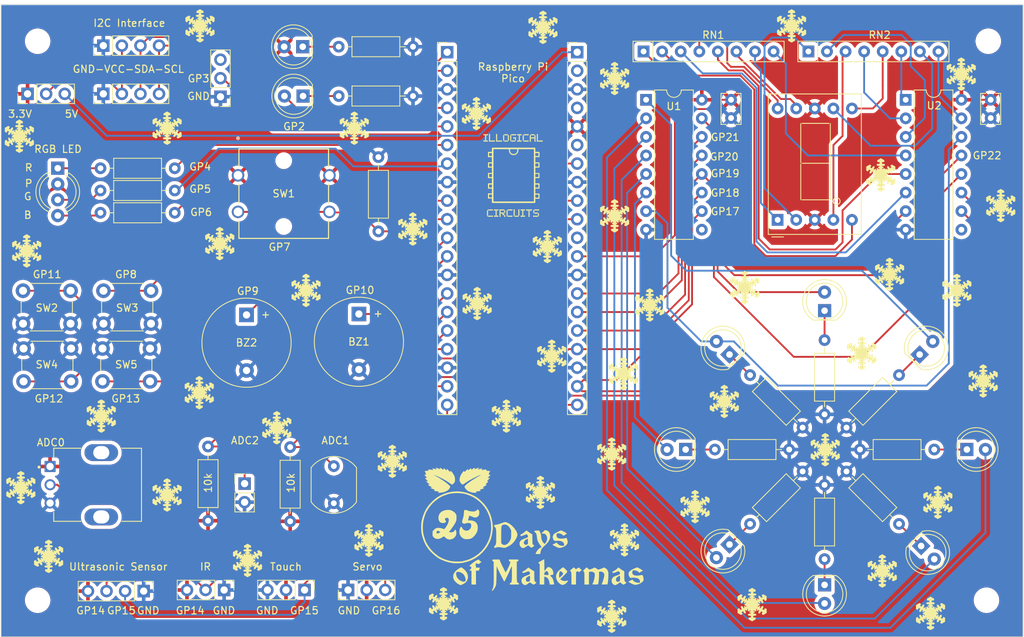
<source format=kicad_pcb>
(kicad_pcb (version 20240108) (generator "pcbnew") (generator_version "8.0")
  (layers (0 "F.Cu" signal) (31 "B.Cu" signal) (34 "B.Paste" user) (35 "F.Paste" user) (36 "B.SilkS" user "B.Silkscreen") (37 "F.SilkS" user "F.Silkscreen") (38 "B.Mask" user) (39 "F.Mask" user) (44 "Edge.Cuts" user))
  (net 0 "")
  (net 1 "Net-(D1-K)")
  (net 2 "Serial0")
  (net 3 "Net-(D2-K)")
  (net 4 "Serial1")
  (net 5 "Net-(D3-K)")
  (net 6 "Serial2")
  (net 7 "Net-(D4-K)")
  (net 8 "Serial3")
  (net 9 "Net-(D5-K)")
  (net 10 "Serial4")
  (net 11 "Net-(D6-K)")
  (net 12 "Serial5")
  (net 13 "Net-(D7-K)")
  (net 14 "Serial6")
  (net 15 "Net-(D8-K)")
  (net 16 "Serial7")
  (net 17 "SDA0")
  (net 18 "SCL0")
  (net 19 "GND")
  (net 20 "GP2")
  (net 21 "GP3")
  (net 22 "GP4")
  (net 23 "GP5")
  (net 24 "GP6")
  (net 25 "GP7")
  (net 26 "GP8")
  (net 27 "GP9")
  (net 28 "GP10")
  (net 29 "GP11")
  (net 30 "GP12")
  (net 31 "GP13")
  (net 32 "+5V")
  (net 33 "V_IN")
  (net 34 "3V3EN")
  (net 35 "+3.3V")
  (net 36 "ADC_VREF")
  (net 37 "ADC2")
  (net 38 "ADC1")
  (net 39 "ADC0")
  (net 40 "RUN")
  (net 41 "GP22")
  (net 42 "GP21")
  (net 43 "GP20")
  (net 44 "GP19")
  (net 45 "GP18")
  (net 46 "GP17")
  (net 47 "GP16")
  (net 49 "GP14")
  (net 51 "GP15")
  (net 52 "Net-(D9-K)")
  (net 53 "Net-(D10-K)")
  (net 54 "Net-(D11-RK)")
  (net 55 "Net-(D11-Pad4)")
  (net 56 "Net-(D11-Pad3)")
  (net 57 "Net-(J6-Pin_2)")
  (net 59 "Net-(RN1A-R1.1)")
  (net 60 "Net-(RN1A-R1.2)")
  (net 61 "Net-(RN1B-R2.1)")
  (net 62 "Net-(RN1B-R2.2)")
  (net 63 "Net-(RN1C-R3.1)")
  (net 64 "Net-(RN1C-R3.2)")
  (net 65 "Net-(RN1D-R4.1)")
  (net 66 "Net-(RN1D-R4.2)")
  (net 67 "Net-(RN2A-R1.1)")
  (net 68 "Net-(RN2A-R1.2)")
  (net 69 "Net-(RN2B-R2.1)")
  (net 70 "Net-(RN2B-R2.2)")
  (net 71 "Net-(RN2C-R3.1)")
  (net 72 "Net-(RN2C-R3.2)")
  (net 73 "Net-(RN2D-R4.1)")
  (net 74 "Net-(RN2D-R4.2)")
  (footprint "Logos:Snowflake" (layer "F.Cu") (at 119.4 74.2)
    (property "Reference" "G***" (hide yes))
    (property "Value" "LOGO" (hide yes))
  )
  (footprint "Logos:Snowflake" (layer "F.Cu") (at 207.2 89.2)
    (property "Reference" "G***" (hide yes))
    (property "Value" "LOGO" (hide yes))
  )
  (footprint "Logos:Snowflake" (layer "F.Cu") (at 150 123.5)
    (property "Reference" "G***" (hide yes))
    (property "Value" "LOGO" (hide yes))
  )
  (footprint "Logos:Snowflake" (layer "F.Cu") (at 127.2 99.4)
    (property "Reference" "G***" (hide yes))
    (property "Value" "LOGO" (hide yes))
  )
  (footprint "Logos:Snowflake" (layer "F.Cu") (at 131.2 80.6)
    (property "Reference" "G***" (hide yes))
    (property "Value" "LOGO" (hide yes))
  )
  (footprint "LED_THT:LED_D5.0mm" (layer "F.Cu") (at 130.79 54 180)
    (property "Reference" "D9" (hide yes))
    (property "Value" "LED")
  )
  (footprint "Resistor_THT:R_Axial_DIN0207_L6.3mm_D2.5mm_P10.16mm_Horizontal" (layer "F.Cu") (at 191.925394 112.560205 45)
    (property "Reference" "R6" (hide yes))
    (property "Value" "R")
  )
  (footprint "Logos:Snowflake" (layer "F.Cu") (at 92.2 107.6)
    (property "Reference" "G***" (hide yes))
    (property "Value" "LOGO" (hide yes))
  )
  (footprint "Logos:Snowflake" (layer "F.Cu") (at 174.75 114.75)
    (property "Reference" "G***" (hide yes))
    (property "Value" "LOGO" (hide yes))
  )
  (footprint "LED_THT:LED_D5.0mm" (layer "F.Cu") (at 215.109599 89.376 45)
    (property "Reference" "D2" (hide yes))
    (property "Value" "LED")
  )
  (footprint "Buzzer_Beeper:Buzzer_12x9.5RM7.6" (layer "F.Cu") (at 123.063 83.957 -90)
    (property "Reference" "BZ2")
    (property "Value" "Buzzer")
  )
  (footprint "Resistor_THT:R_Array_SIP8" (layer "F.Cu") (at 199.9 47.9)
    (property "Reference" "RN2")
    (property "Value" "R_Pack04_SIP_Split")
  )
  (footprint "Logos:Snowflake" (layer "F.Cu") (at 116.7 44.4)
    (property "Reference" "G***" (hide yes))
    (property "Value" "LOGO" (hide yes))
  )
  (footprint "Resistor_THT:R_Axial_DIN0207_L6.3mm_D2.5mm_P10.16mm_Horizontal" (layer "F.Cu") (at 103.09 63.881)
    (property "Reference" "R11" (hide yes))
    (property "Value" "R")
  )
  (footprint "Display_7Segment:D1X8K" (layer "F.Cu") (at 195.693705 70.946196 90)
    (property "Reference" "U5" (hide yes))
    (property "Value" "D168K")
  )
  (footprint "Logos:Snowflake" (layer "F.Cu") (at 211 78.4)
    (property "Reference" "G***" (hide yes))
    (property "Value" "LOGO" (hide yes))
  )
  (footprint "Logos:Snowflake" (layer "F.Cu") (at 223.8 93)
    (property "Reference" "G***" (hide yes))
    (property "Value" "LOGO" (hide yes))
  )
  (footprint "Logos:Snowflake" (layer "F.Cu") (at 112.2 58.4)
    (property "Reference" "G***" (hide yes))
    (property "Value" "LOGO" (hide yes))
  )
  (footprint "Resistor_THT:R_Axial_DIN0207_L6.3mm_D2.5mm_P10.16mm_Horizontal" (layer "F.Cu") (at 187.109599 102.376)
    (property "Reference" "R7" (hide yes))
    (property "Value" "R")
  )
  (footprint "Resistor_THT:R_Axial_DIN0207_L6.3mm_D2.5mm_P10.16mm_Horizontal" (layer "F.Cu") (at 117.8 101.962 -90)
    (property "Reference" "R17" (hide yes))
    (property "Value" "10k")
  )
  (footprint "Connector_PinHeader_2.54mm:PinHeader_1x04_P2.54mm_Vertical" (layer "F.Cu") (at 103.48 47.1 90)
    (property "Reference" "J9" (hide yes))
    (property "Value" "Conn_01x04_Pin")
  )
  (footprint "Logos:Snowflake" (layer "F.Cu") (at 137.8 58.4)
    (property "Reference" "G***" (hide yes))
    (property "Value" "LOGO" (hide yes))
  )
  (footprint "Logos:Snowflake" (layer "F.Cu") (at 173.4 70.4)
    (property "Reference" "G***" (hide yes))
    (property "Value" "LOGO" (hide yes))
  )
  (footprint "Button_Switch_THT:SW_PUSH_6mm" (layer "F.Cu") (at 92.5 80.645)
    (property "Reference" "SW2")
    (property "Value" "SW_DIP_x01")
  )
  (footprint "LED_THT:LED_D5.0mm" (layer "F.Cu") (at 202.109599 83.376 90)
    (property "Reference" "D1" (hide yes))
    (property "Value" "LED")
  )
  (footprint "Resistor_THT:R_Axial_DIN0207_L6.3mm_D2.5mm_P10.16mm_Horizontal" (layer "F.Cu") (at 212.293804 112.560205 135)
    (property "Reference" "R4" (hide yes))
    (property "Value" "R")
  )
  (footprint "Logos:Snowflake" (layer "F.Cu") (at 173 125.2)
    (property "Reference" "G***" (hide yes))
    (property "Value" "LOGO" (hide yes))
  )
  (footprint "LED_THT:LED_D5.0mm" (layer "F.Cu") (at 130.75 47.25 180)
    (property "Reference" "D10" (hide yes))
    (property "Value" "LED")
  )
  (footprint "Logos:Snowflake" (layer "F.Cu") (at 93 75.2)
    (property "Reference" "G***" (hide yes))
    (property "Value" "LOGO" (hide yes))
  )
  (footprint "Logos:Snowflake" (layer "F.Cu") (at 139.8 114.8)
    (property "Reference" "G***" (hide yes))
    (property "Value" "LOGO" (hide yes))
  )
  (footprint "MountingHole:MountingHole_3mm" (layer "F.Cu") (at 94.5 123)
    (property "Reference" "H3" (hide yes))
    (property "Value" "MountingHole")
  )
  (footprint "Connector_PinHeader_2.54mm:PinHeader_1x04_P2.54mm_Vertical" (layer "F.Cu") (at 109 121.75 -90)
    (property "Reference" "J3" (hide yes))
    (property "Value" "Conn_01x04_Pin")
  )
  (footprint "Logos:Snowflake" (layer "F.Cu") (at 143 104)
    (property "Reference" "G***" (hide yes))
    (property "Value" "LOGO" (hide yes))
  )
  (footprint "Resistor_THT:R_Axial_DIN0207_L6.3mm_D2.5mm_P10.16mm_Horizontal" (layer "F.Cu") (at 113.25 66.929 180)
    (property "Reference" "R12" (hide yes))
    (property "Value" "R")
  )
  (footprint "Connector_PinHeader_2.54mm:PinHeader_1x20_P2.54mm_Vertical" (layer "F.Cu") (at 150.5 48)
    (property "Reference" "J1" (hide yes))
    (property "Value" "Conn_01x20_Pin")
  )
  (footprint "Logos:Snowflake" (layer "F.Cu") (at 202.2 102.4)
    (property "Reference" "G***" (hide yes))
    (property "Value" "LOGO" (hide yes))
  )
  (footprint "Connector_PinHeader_2.54mm:PinHeader_1x03_P2.54mm_Vertical" (layer "F.Cu") (at 93.12 53.7 90)
    (property "Reference" "J8" (hide yes))
    (property "Value" "Conn_01x03_Pin")
  )
  (footprint "Logos:Snowflake" (layer "F.Cu") (at 112.2 108.6)
    (property "Reference" "G***" (hide yes))
    (property "Value" "LOGO" (hide yes))
  )
  (footprint "Resistor_THT:R_Array_SIP8" (layer "F.Cu") (at 177.36 47.9)
    (property "Reference" "RN1")
    (property "Value" "R_Pack04_SIP_Split")
  )
  (footprint "Logos:Snowflake" (layer "F.Cu") (at 209.8 64.8)
    (property "Reference" "G***" (hide yes))
    (property "Value" "LOGO" (hide yes))
  )
  (footprint "Resistor_THT:R_Axial_DIN0207_L6.3mm_D2.5mm_P10.16mm_Horizontal" (layer "F.Cu") (at 135.67 47.25)
    (property "Reference" "R10" (hide yes))
    (property "Value" "220" (hide yes))
  )
  (footprint "Connector_PinHeader_2.54mm:PinHeader_1x03_P2.54mm_Vertical" (layer "F.Cu") (at 136.95 121.6 90)
    (property "Reference" "J5" (hide yes))
    (property "Value" "Conn_01x03_Pin")
  )
  (footprint "Logos:Snowflake" (layer "F.Cu") (at 163.6 44.6)
    (property "Reference" "G***" (hide yes))
    (property "Value" "LOGO" (hide yes))
  )
  (footprint "Logos:Snowflake" (layer "F.Cu") (at 103.2 97.8)
    (property "Reference" "G***" (hide yes))
    (property "Value" "LOGO" (hide yes))
  )
  (footprint "Omron_Buttons:SW_B3F-4050_OMR" (layer "F.Cu") (at 121.9 64.851901)
    (property "Reference" "SW1")
    (property "Value" "B3F-4055")
  )
  (footprint "Resistor_THT:R_Axial_DIN0207_L6.3mm_D2.5mm_P10.16mm_Horizontal" (layer "F.Cu") (at 191.925394 92.191795 -45)
    (property "Reference" "R8" (hide yes))
    (property "Value" "R")
  )
  (footprint "Logos:Snowflake" (layer "F.Cu") (at 123.2 117.56)
    (property "Reference" "G***" (hide yes))
    (property "Value" "LOGO" (hide yes))
  )
  (footprint "Connector_PinHeader_2.54mm:PinHeader_1x02_P2.54mm_Vertical" (layer "F.Cu") (at 122.8 107.042)
    (property "Reference" "TH1" (hide yes))
    (property "Value" "Thermistor")
  )
  (footprint "Logos:Snowflake" (layer "F.Cu") (at 188.4 95.8)
    (property "Reference" "G***" (hide yes))
    (property "Value" "LOGO" (hide yes))
  )
  (footprint "LED_THT:LED_D5.0mm" (layer "F.Cu") (at 215.313548 115.579949 -45)
    (property "Reference" "D4" (hide yes))
    (property "Value" "LED")
  )
  (footprint "Capacitor_THT:C_Rect_L4.0mm_W2.5mm_P2.50mm" (layer "F.Cu") (at 189.323 54.51 -90)
    (property "Reference" "C1" (hide yes))
    (property "Value" "C")
  )
  (footprint "Connector_PinHeader_2.54mm:PinHeader_1x04_P2.54mm_Vertical" (layer "F.Cu") (at 103.48 53.7 90)
    (property "Reference" "J6" (hide yes))
    (property "Value" "Conn_01x04_Pin")
  )
  (footprint "Logos:Snowflake" (layer "F.Cu") (at 92 59.5)
    (property "Reference" "G***" (hide yes))
    (property "Value" "LOGO" (hide yes))
  )
  (footprint "Connector_PinHeader_2.54mm:PinHeader_1x03_P2.54mm_Vertical" (layer "F.Cu") (at 131 121.6 -90)
    (property "Reference" "J4" (hide yes))
    (property "Value" "Conn_01x03_Pin" (hide yes))
  )
  (footprint "Package_DIP:DIP-16_W7.62mm" (layer "F.Cu") (at 177.703 54.51)
    (property "Reference" "U1")
    (property "Value" "74LS595")
  )
  (footprint "Resistor_THT:R_Axial_DIN0207_L6.3mm_D2.5mm_P10.16mm_Horizontal" (layer "F.Cu") (at 212.293804 92.191795 -135)
    (property "Reference" "R2" (hide yes))
    (property "Value" "R")
  )
  (footprint "Logos:Snowflake" (layer "F.Cu") (at 217.6 109.6)
    (property "Reference" "G***" (hide yes))
    (property "Value" "LOGO" (hide yes))
  )
  (footprint "Logos:Snowflake" (layer "F.Cu") (at 173.4 51.6)
    (property "Reference" "G***" (hide yes))
    (property "Value" "LOGO" (hide yes))
  )
  (footprint "Logos:Snowflake" (layer "F.Cu") (at 96 117)
    (property "Reference" "G***" (hide yes))
    (property "Value" "LOGO" (hide yes))
  )
  (footprint "LED_THT:LED_D5.0mm" (layer "F.Cu") (at 183.109599 102.376 180)
    (property "Reference" "D7" (hide yes))
    (property "Value" "LED")
  )
  (footprint "Logos:Snowflake" (layer "F.Cu") (at 184.4 110.2)
    (property "Reference" "G***" (hide yes))
    (property "Value" "LOGO" (hide yes))
  )
  (footprint "Logos:Snowflake" (layer "F.Cu") (at 174.6 92)
    (property "Reference" "G***" (hide yes))
    (property "Value" "LOGO" (hide yes))
  )
  (footprint "Resistor_THT:R_Axial_DIN0207_L6.3mm_D2.5mm_P10.16mm_Horizontal" (layer "F.Cu") (at 113.25 69.977 180)
    (property "Reference" "R13" (hide yes))
    (property "Value" "R")
  )
  (footprint "Resistor_THT:R_Axial_DIN0207_L6.3mm_D2.5mm_P10.16mm_Horizontal" (layer "F.Cu") (at 202.109599 117.376 90)
    (property "Reference" "R5" (hide yes))
    (property "Value" "R")
  )
  (footprint "Button_Switch_THT:SW_PUSH_6mm" (layer "F.Cu") (at 109.87 93.055 180)
    (property "Reference" "SW5")
    (property "Value" "SW_DIP_x01")
  )
  (footprint "Logo:LogoMark_9x12" (layer "F.Cu") (at 159.469131 65)
    (property "Reference" "G***" (hide yes))
    (property "Value" "LOGO" (hide yes))
  )
  (footprint "Logos:Snowflake" (layer "F.Cu") (at 178.2 82.6)
    (property "Reference" "G***" (hide yes))
    (property "Value" "LOGO" (hide yes))
  )
  (footprint "Logos:Snowflake" (layer "F.Cu") (at 164.2 74.6)
    (property "Reference" "G***" (hide yes))
    (property "Value" "LOGO" (hide yes))
  )
  (footprint "Logos:Snowflake" (layer "F.Cu") (at 197.6 44.4)
    (property "Reference" "G***" (hide yes))
    (property "Value" "LOGO" (hide yes))
  )
  (footprint "LED_THT:LED_D5.0mm" (layer "F.Cu") (at 189.109599 115.376 -135)
    (property "Reference" "D6" (hide yes))
    (property "Value" "LED")
  )
  (footprint "Logos:Snowflake" (layer "F.Cu") (at 145.8 72.2)
    (property "Reference" "G***" (hide yes))
    (property "Value" "LOGO" (hide yes))
  )
  (footprint "MountingHole:MountingHole_3mm" (layer "F.Cu") (at 224.25 123)
    (property "Reference" "H4" (hide yes))
    (property "Value" "MountingHole")
  )
  (footprint "Logos:Snowflake" (layer "F.Cu") (at 173 103)
    (property "Reference" "G***" (hide yes))
    (property "Value" "LOGO" (hide yes))
  )
  (footprint "MountingHole:MountingHole_3mm" (layer "F.Cu") (at 94.5 46.5)
    (property "Reference" "H1" (hide yes))
    (property "Value" "MountingHole")
  )
  (footprint "Logos:Snowflake" (layer "F.Cu") (at 210 119)
    (property "Reference" "G***" (hide yes))
    (property "Value" "LOGO" (hide yes))
  )
  (footprint "Logos:Snowflake" (layer "F.Cu") (at 226.2 69)
    (property "Reference" "G***" (hide yes))
    (property "Value" "LOGO" (hide yes))
  )
  (footprint "Logos:Snowflake" (layer "F.Cu") (at 154.5 56.4)
    (property "Reference" "G***" (hide yes))
    (property "Value" "LOGO" (hide yes))
  )
  (footprint "Connector_PinHeader_2.54mm:PinHeader_1x03_P2.54mm_Vertical" (layer "F.Cu") (at 119.5 54.102 180)
    (property "Reference" "SW6" (hide yes))
    (property "Value" "SW_SPDT")
  )
  (footprint "Logos:Snowflake" (layer "F.Cu") (at 116.6 94.6)
    (property "Reference" "G***" (hide yes))
    (property "Value" "LOGO" (hide yes))
  )
  (footprint "Package_DIP:DIP-16_W7.62mm" (layer "F.Cu") (at 213.203705 54.51)
    (property "Reference" "U2")
    (property "Value" "74LS595")
  )
  (footprint "Logos:Snowflake" (layer "F.Cu") (at 192.2 123.6)
    (property "Reference" "G***" (hide yes))
    (property "Value" "LOGO" (hide yes))
  )
  (footprint "Logos:Snowflake" (layer "F.Cu") (at 164.8 89.6)
    (property "Reference" "G***" (hide yes))
    (property "Value" "LOGO" (hide yes))
  )
  (footprint "PT01_D125D_B103 (POT):TRIM_PT01-D125D-B103" (layer "F.Cu") (at 103.2 107.2 -90)
    (property "Reference" "R18" (hide yes))
    (property "Value" "PT01-D125D-B103")
  )
  (footprint "Buzzer_Beeper:Buzzer_12x9.5RM7.6" (layer "F.Cu") (at 138.43 83.83 -90)
    (property "Reference" "BZ1")
    (property "Value" "Buzzer")
  )
  (footprint "Resistor_THT:R_Axial_DIN0207_L6.3mm_D2.5mm_P10.16mm_Horizontal" (layer "F.Cu") (at 129.031 102.042 -90)
    (property "Reference" "R16" (hide yes))
    (property "Value" "10k")
  )
  (footprint "Resistor_THT:R_Axial_DIN0207_L6.3mm_D2.5mm_P10.16mm_Horizontal" (layer "F.Cu") (at 141.097 62.357 -90)
    (property "Reference" "R14" (hide yes))
    (property "Value" "220")
  )
  (footprint "Logos:Snowflake" (layer "F.Cu") (at 220.2 80.6)
    (property "Reference" "G***" (hide yes))
    (property "Value" "LOGO" (hide yes))
  )
  (footprint "Logos:Snowflake" (layer "F.Cu") (at 220.8 51)
    (property "Reference" "G***" (hide yes))
    (property "Value" "LOGO" (hide yes))
  )
  (footprint "Connector_PinHeader_2.54mm:PinHeader_1x03_P2.54mm_Vertical" (layer "F.Cu") (at 120 121.6 -90)
    (property "Reference" "J7" (hide yes))
    (property "Value" "Conn_01x03_Pin")
  )
  (footprint "LED_THT:LED_D5.0mm" (layer "F.Cu") (at 221.569599 102.376)
    (property "Reference" "D3" (hide yes))
    (property "Value" "LED")
  )
  (footprint "Resistor_THT:R_Axial_DIN0207_L6.3mm_D2.5mm_P10.16mm_Horizontal" (layer "F.Cu") (at 202.11 87.4 -90)
    (property "Reference" "R1" (hide yes))
    (property "Value" "R")
  )
  (footprint "Resistor_THT:R_Axial_DIN0207_L6.3mm_D2.5mm_P10.16mm_Horizontal" (layer "F.Cu") (at 217.109599 102.376 180)
    (property "Reference" "R3" (hide yes))
    (property "Value" "R")
  )
  (footprint "LED_THT:LED_D5.0mm" (layer "F.Cu") (at 202.11 120.9 -90)
    (property "Reference" "D5" (hide yes))
    (property "Value" "LED")
  )
  (footprint "Logos:Snowflake" (layer "F.Cu") (at 216.6 124.8)
    (property "Reference" "G***" (hide yes))
    (property "Value" "LOGO" (hide yes))
  )
  (footprint "Resistor_THT:R_Axial_DIN0207_L6.3mm_D2.5mm_P10.16mm_Horizontal" (layer "F.Cu") (at 135.67 54)
    (property "Reference" "R9" (hide yes))
    (property "Value" "220" (hide yes))
  )
  (footprint "Logos:Pico_Makermas" (layer "F.Cu") (at 162 113.5)
    (property "Reference" "G***" (hide yes))
    (property "Value" "LOGO" (hide yes))
  )
  (footprint "Button_Switch_THT:SW_PUSH_6mm" (layer "F.Cu") (at 99.075 93.055 180)
    (property "Reference" "SW4")
    (property "Value" "SW_DIP_x01")
  )
  (footprint "OptoDevice:R_LDR_7x6mm_P5.1mm_Vertical" (layer "F.Cu") (at 135 104.648 -90)
    (property "Reference" "R15" (hide yes))
    (property "Value" "R_Photo")
  )
  (footprint "Connector_PinHeader_2.54mm:PinHeader_1x20_P2.54mm_Vertical" (layer "F.Cu") (at 168.28 48)
    (property "Reference" "J2" (hide yes))
    (property "Value" "Conn_01x20_Pin")
  )
  (footprint "LED_THT:LED_D5.0mm" (layer "F.Cu") (at 189.109599 89.376 135)
    (property "Reference" "D8" (hide yes))
    (property "Value" "LED")
  )
  (footprint "Logos:Snowflake" (layer "F.Cu") (at 163.25 108.25)
    (property "Reference" "G***" (hide yes))
    (property "Value" "LOGO" (hide yes))
  )
  (footprint "Button_Switch_THT:SW_PUSH_6mm" (layer "F.Cu") (at 103.5 80.645)
    (property "Reference" "SW3")
    (property "Value" "SW_DIP_x01")
  )
  (footprint "Logos:Snowflake" (layer "F.Cu") (at 158.6 97.8)
    (property "Reference" "G***" (hide yes))
    (property "Value" "LOGO" (hide yes))
  )
  (footprint "Logos:Snowflake" (layer "F.Cu") (at 154.6 82.4)
    (property "Reference" "G***" (hide yes))
    (property "Value" "LOGO" (hide yes))
  )
  (footprint "MountingHole:MountingHole_3mm" (layer "F.Cu") (at 224.5 46.5)
    (property "Reference" "H2" (hide yes))
    (property "Value" "MountingHole")
  )
  (footprint "LED_THT:LED_D5.0mm-4_RGB_Wide_Pins" (layer "F.Cu") (at 97.248 63.881 -90)
    (property "Reference" "D11" (hide yes))
    (property "Value" "LED_RGBA")
  )
  (footprint "Logos:Snowflake" (layer "F.Cu") (at 191.2 80.2)
    (property "Reference" "G***" (hide yes))
    (property "Value" "LOGO" (hide yes))
  )
  (footprint "Capacitor_THT:C_Rect_L4.0mm_W2.5mm_P2.50mm" (layer "F.Cu") (at 224.823705 57.01 90)
    (property "Reference" "C2" (hide yes))
    (property "Value" "C")
  )
  (gr_rect (start 89.5 41.5) (end 229.25 128) (stroke (width 0.1)) (fill none) (layer "Edge.Cuts"))
  (gr_text "GP21" (at 186.466 60.225 0) (layer "F.SilkS") (effects (font (size 1 1)) (justify left bottom)))
  (gr_text "G" (at 92.549 68.326 0) (layer "F.SilkS") (effects (font (size 1 1)) (justify left bottom)))
  (gr_text "GP14" (at 113.308691 125 0) (layer "F.SilkS") (effects (font (size 1 1)) (justify left bottom)))
  (gr_text "GP15\n" (at 103.9 125 0) (layer "F.SilkS") (effects (font (size 1 1)) (justify left bottom)))
  (gr_text "GND" (at 124.271191 125 0) (layer "F.SilkS") (effects (font (size 1 1)) (justify left bottom)))
  (gr_text "RGB LED" (at 93.946 61.849 0) (layer "F.SilkS") (effects (font (size 1 1)) (justify left bottom)))
  (gr_text "GP22" (at 222.28 62.73175 0) (layer "F.SilkS") (effects (font (size 1 1)) (justify left bottom)))
  (gr_text "GP2" (at 128 58.75 0) (layer "F.SilkS") (effects (font (size 1 1)) (justify left bottom)))
  (gr_text "GND-VCC-SDA-SCL" (at 99.21 50.9 0) (layer "F.SilkS") (effects (font (size 1 1)) (justify left bottom)))
  (gr_text "3.3V	5V" (at 90.371 57.033 0) (layer "F.SilkS") (effects (font (size 1 1)) (justify left bottom)))
  (gr_text "GP3" (at 114.928 52.197 0) (layer "F.SilkS") (effects (font (size 1 1)) (justify left bottom)))
  (gr_text "GND" (at 114.880381 54.61 0) (layer "F.SilkS") (effects (font (size 1 1)) (justify left bottom)))
  (gr_text "I2C Interface\n" (at 102.035 44.6 0) (layer "F.SilkS") (effects (font (size 1 1)) (justify left bottom)))
  (gr_text "IR" (at 116.611905 119 0) (layer "F.SilkS") (effects (font (size 1 1)) (justify left bottom)))
  (gr_text "10k" (at 118.4 108.4 90) (layer "F.SilkS") (effects (font (size 1 1)) (justify left bottom)))
  (gr_text "R" (at 92.676 64.389 0) (layer "F.SilkS") (effects (font (size 1 1)) (justify left bottom)))
  (gr_text "GP20" (at 186.339 62.892 0) (layer "F.SilkS") (effects (font (size 1 1)) (justify left bottom)))
  (gr_text "Ultrasonic Sensor" (at 98.713 119 0) (layer "F.SilkS") (effects (font (size 1 1)) (justify left bottom)))
  (gr_text "ADC1" (at 133.222 101.727 0) (layer "F.SilkS") (effects (font (size 1 1)) (justify left bottom)))
  (gr_text "GP10" (at 136.525 81.153 0) (layer "F.SilkS") (effects (font (size 1 1)) (justify left bottom)))
  (gr_text "B" (at 92.549 70.866 0) (layer "F.SilkS") (effects (font (size 1 1)) (justify left bottom)))
  (gr_text "GP14\n" (at 99.7 125 0) (layer "F.SilkS") (effects (font (size 1 1)) (justify left bottom)))
  (gr_text "P" (at 92.676 66.548 0) (layer "F.SilkS") (effects (font (size 1 1)) (justify left bottom)))
  (gr_text "GND" (at 135.438691 125 0) (layer "F.SilkS") (effects (font (size 1 1)) (justify left bottom)))
  (gr_text "Touch" (at 126.183333 119 0) (layer "F.SilkS") (effects (font (size 1 1)) (justify left bottom)))
  (gr_text "GP7" (at 126 75.25 0) (layer "F.SilkS") (effects (font (size 1 1)) (justify left bottom)))
  (gr_text "Servo" (at 137.454881 119 0) (layer "F.SilkS") (effects (font (size 1 1)) (justify left bottom)))
  (gr_text "GP9" (at 121.666 81.28 0) (layer "F.SilkS") (effects (font (size 1 1)) (justify left bottom)))
  (gr_text "GP12" (at 94 96 0) (layer "F.SilkS") (effects (font (size 1 1)) (justify left bottom)))
  (gr_text "GP4" (at 115.155 64.262 0) (layer "F.SilkS") (effects (font (size 1 1)) (justify left bottom)))
  (gr_text "10k" (at 129.7185 108.4 90) (layer "F.SilkS") (effects (font (size 1 1)) (justify left bottom)))
  (gr_text "GP11" (at 93.75 79 0) (layer "F.SilkS") (effects (font (size 1 1)) (justify left bottom)))
  (gr_text "GP16" (at 140.090119 125 0) (layer "F.SilkS") (effects (font (size 1 1)) (justify left bottom)))
  (gr_text "GP19" (at 186.466 65.178 0) (layer "F.SilkS") (effects (font (size 1 1)) (justify left bottom)))
  (gr_text "GP17" (at 186.466 70.385 0) (layer "F.SilkS") (effects (font (size 1 1)) (justify left bottom)))
  (gr_text "GP6" (at 115.282 70.485 0) (layer "F.SilkS") (effects (font (size 1 1)) (justify left bottom)))
  (gr_text "GP18" (at 186.466 67.845 0) (layer "F.SilkS") (effects (font (size 1 1)) (justify left bottom)))
  (gr_text "GP13" (at 104.5 96 0) (layer "F.SilkS") (effects (font (size 1 1)) (justify left bottom)))
  (gr_text "GP5" (at 115.155 67.31 0) (layer "F.SilkS") (effects (font (size 1 1)) (justify left bottom)))
  (gr_text "ADC0" (at 94.3 102 0) (layer "F.SilkS") (effects (font (size 1 1)) (justify left bottom)))
  (gr_text "GND" (at 118.351191 125 0) (layer "F.SilkS") (effects (font (size 1 1)) (justify left bottom)))
  (gr_text "GND" (at 108 125 0) (layer "F.SilkS") (effects (font (size 1 1)) (justify left bottom)))
  (gr_text "GP8" (at 105 79 0) (layer "F.SilkS") (effects (font (size 1 1)) (justify left bottom)))
  (gr_text "ADC2" (at 120.848 101.727 0) (layer "F.SilkS") (effects (font (size 1 1)) (justify left bottom)))
  (gr_text "GP15" (at 128.922619 125 0) (layer "F.SilkS") (effects (font (size 1 1)) (justify left bottom)))
  (gr_text "Raspberry Pi\nPico" (at 159.512 52.197 0) (layer "F.SilkS") (effects (font (size 1 1)) (justify bottom)))
  (segment (start 202.109599 83.376) (end 202.109599 87.376) (width 0.25) (layer "F.Cu") (net 1))
  (segment (start 185.323 57.05) (end 187.482 59.209) (width 0.25) (layer "F.Cu") (net 2))
  (segment (start 187.482 59.209) (end 187.482 78.005) (width 0.25) (layer "F.Cu") (net 2))
  (segment (start 190.313 80.836) (end 202.109599 80.836) (width 0.25) (layer "F.Cu") (net 2))
  (segment (start 187.482 78.005) (end 190.313 80.836) (width 0.25) (layer "F.Cu") (net 2))
  (segment (start 212.293804 92.191795) (end 215.109599 89.376) (width 0.25) (layer "F.Cu") (net 3))
  (segment (start 177.703 54.51) (end 181.132 57.939) (width 0.25) (layer "B.Cu") (net 4))
  (segment (start 181.132 57.939) (end 181.132 75.846) (width 0.25) (layer "B.Cu") (net 4))
  (segment (start 181.132 75.846) (end 183.186 77.9) (width 0.25) (layer "B.Cu") (net 4))
  (segment (start 207.225701 77.9) (end 216.90565 87.579949) (width 0.25) (layer "B.Cu") (net 4))
  (segment (start 183.186 77.9) (end 207.225701 77.9) (width 0.25) (layer "B.Cu") (net 4))
  (segment (start 217.109599 102.376) (end 221.569599 102.376) (width 0.25) (layer "F.Cu") (net 5))
  (segment (start 224.109599 113.767401) (end 211.104 126.773) (width 0.25) (layer "B.Cu") (net 6))
  (segment (start 172.36 107.968) (end 172.36 62.393) (width 0.25) (layer "B.Cu") (net 6))
  (segment (start 224.109599 102.376) (end 224.109599 113.767401) (width 0.25) (layer "B.Cu") (net 6))
  (segment (start 172.36 62.393) (end 177.703 57.05) (width 0.25) (layer "B.Cu") (net 6))
  (segment (start 211.104 126.773) (end 191.165 126.773) (width 0.25) (layer "B.Cu") (net 6))
  (segment (start 191.165 126.773) (end 172.36 107.968) (width 0.25) (layer "B.Cu") (net 6))
  (segment (start 212.293804 112.560205) (end 215.313548 115.579949) (width 0.25) (layer "F.Cu") (net 7))
  (segment (start 217.109599 117.376) (end 208.982599 125.503) (width 0.25) (layer "B.Cu") (net 8))
  (segment (start 208.982599 125.503) (end 191.546 125.503) (width 0.25) (layer "B.Cu") (net 8))
  (segment (start 191.546 125.503) (end 173.36 107.317) (width 0.25) (layer "B.Cu") (net 8))
  (segment (start 173.36 107.317) (end 173.36 63.933) (width 0.25) (layer "B.Cu") (net 8))
  (segment (start 173.36 63.933) (end 177.703 59.59) (width 0.25) (layer "B.Cu") (net 8))
  (segment (start 202.109599 120.836) (end 202.109599 117.376) (width 0.25) (layer "F.Cu") (net 9))
  (segment (start 174.36 106.92) (end 174.36 65.473) (width 0.25) (layer "B.Cu") (net 10))
  (segment (start 174.36 65.473) (end 177.703 62.13) (width 0.25) (layer "B.Cu") (net 10))
  (segment (start 202.109599 123.376) (end 190.816 123.376) (width 0.25) (layer "B.Cu") (net 10))
  (segment (start 190.816 123.376) (end 174.36 106.92) (width 0.25) (layer "B.Cu") (net 10))
  (segment (start 189.109599 115.376) (end 191.925394 112.560205) (width 0.25) (layer "F.Cu") (net 11))
  (segment (start 175.11 67.263) (end 177.703 64.67) (width 0.25) (layer "B.Cu") (net 12))
  (segment (start 187.313548 117.172051) (end 175.11 104.968503) (width 0.25) (layer "B.Cu") (net 12))
  (segment (start 175.11 104.968503) (end 175.11 67.263) (width 0.25) (layer "B.Cu") (net 12))
  (segment (start 183.109599 102.376) (end 187.109599 102.376) (width 0.25) (layer "F.Cu") (net 13))
  (segment (start 176.179 97.985401) (end 176.179 68.734) (width 0.25) (layer "B.Cu") (net 14))
  (segment (start 176.179 68.734) (end 177.703 67.21) (width 0.25) (layer "B.Cu") (net 14))
  (segment (start 180.569599 102.376) (end 176.179 97.985401) (width 0.25) (layer "B.Cu") (net 14))
  (segment (start 189.109599 89.376) (end 191.925394 92.191795) (width 0.25) (layer "F.Cu") (net 15))
  (segment (start 220.823705 59.59) (end 219.1 61.313705) (width 0.25) (layer "B.Cu") (net 16))
  (segment (start 185.245949 87.579949) (end 180.624 82.958) (width 0.25) (layer "B.Cu") (net 16))
  (segment (start 195.737 93.626) (end 189.690949 87.579949) (width 0.25) (layer "B.Cu") (net 16))
  (segment (start 219.1 90.583) (end 216.057 93.626) (width 0.25) (layer "B.Cu") (net 16))
  (segment (start 219.1 61.313705) (end 219.1 90.583) (width 0.25) (layer "B.Cu") (net 16))
  (segment (start 180.624 82.958) (end 180.624 71.401) (width 0.25) (layer "B.Cu") (net 16))
  (segment (start 216.057 93.626) (end 195.737 93.626) (width 0.25) (layer "B.Cu") (net 16))
  (segment (start 189.690949 87.579949) (end 187.313548 87.579949) (width 0.25) (layer "B.Cu") (net 16))
  (segment (start 180.624 71.401) (end 178.973 69.75) (width 0.25) (layer "B.Cu") (net 16))
  (segment (start 178.973 69.75) (end 177.703 69.75) (width 0.25) (layer "B.Cu") (net 16))
  (segment (start 187.313548 87.579949) (end 185.245949 87.579949) (width 0.25) (layer "B.Cu") (net 16))
  (segment (start 122.861396 45.925) (end 109.735 45.925) (width 0.25) (layer "F.Cu") (net 17))
  (segment (start 148.9 49.6) (end 126.536396 49.6) (width 0.25) (layer "F.Cu") (net 17))
  (segment (start 109.735 45.925) (end 108.56 47.1) (width 0.25) (layer "F.Cu") (net 17))
  (segment (start 126.536396 49.6) (end 122.861396 45.925) (width 0.25) (layer "F.Cu") (net 17))
  (segment (start 150.5 48) (end 148.9 49.6) (width 0.25) (layer "F.Cu") (net 17))
  (segment (start 108.56 47.1) (end 108.56 53.7) (width 0.25) (layer "F.Cu") (net 17))
  (segment (start 150.5 50.54) (end 125.64 50.54) (width 0.25) (layer "F.Cu") (net 18))
  (segment (start 125.64 50.54) (end 122.2 47.1) (width 0.25) (layer "F.Cu") (net 18))
  (segment (start 122.2 47.1) (end 111.1 47.1) (width 0.25) (layer "F.Cu") (net 18))
  (segment (start 111.1 47.1) (end 111.1 53.7) (width 0.25) (layer "F.Cu") (net 18))
  (segment (start 130.5 56.25) (end 128.25 54) (width 0.25) (layer "F.Cu") (net 20))
  (segment (start 150.5 55.62) (end 147.63 55.62) (width 0.25) (layer "F.Cu") (net 20))
  (segment (start 147.63 55.62) (end 147 56.25) (width 0.25) (layer "F.Cu") (net 20))
  (segment (start 147 56.25) (end 130.5 56.25) (width 0.25) (layer "F.Cu") (net 20))
  (segment (start 119.812 51.562) (end 119.5 51.562) (width 0.25) (layer "F.Cu") (net 21))
  (segment (start 147.75 58.5) (end 126.75 58.5) (width 0.25) (layer "F.Cu") (net 21))
  (segment (start 150.5 58.16) (end 148.09 58.16) (width 0.25) (layer "F.Cu") (net 21))
  (segment (start 126.75 58.5) (end 119.812 51.562) (width 0.25) (layer "F.Cu") (net 21))
  (segment (start 148.09 58.16) (end 147.75 58.5) (width 0.25) (layer "F.Cu") (net 21))
  (segment (start 150.5 60.7) (end 116.431 60.7) (width 0.25) (layer "F.Cu") (net 22))
  (segment (start 116.431 60.7) (end 113.25 63.881) (width 0.25) (layer "F.Cu") (net 22))
  (segment (start 119.233 61.2) (end 135.241 61.2) (width 0.25) (layer "B.Cu") (net 23))
  (segment (start 113.504 66.929) (end 119.233 61.2) (width 0.25) (layer "B.Cu") (net 23))
  (segment (start 150.113 63.627) (end 150.5 63.24) (width 0.25) (layer "B.Cu") (net 23))
  (segment (start 137.668 63.627) (end 150.113 63.627) (width 0.25) (layer "B.Cu") (net 23))
  (segment (start 113.25 66.929) (end 113.504 66.929) (width 0.25) (layer "B.Cu") (net 23))
  (segment (start 135.241 61.2) (end 137.668 63.627) (width 0.25) (layer "B.Cu") (net 23))
  (segment (start 113.25 69.977) (end 114.907 68.32) (width 0.25) (layer "F.Cu") (net 24))
  (segment (start 114.907 68.32) (end 150.5 68.32) (width 0.25) (layer "F.Cu") (net 24))
  (segment (start 141.097 72.517) (end 144.272 72.517) (width 0.25) (layer "F.Cu") (net 25))
  (segment (start 145.929 70.86) (end 150.5 70.86) (width 0.25) (layer "F.Cu") (net 25))
  (segment (start 134.383 69.937) (end 138.517 69.937) (width 0.25) (layer "F.Cu") (net 25))
  (segment (start 134.4 69.851901) (end 121.9 69.851901) (width 0.25) (layer "F.Cu") (net 25))
  (segment (start 144.272 72.517) (end 145.929 70.86) (width 0.25) (layer "F.Cu") (net 25))
  (segment (start 138.517 69.937) (end 141.097 72.517) (width 0.25) (layer "F.Cu") (net 25))
  (segment (start 112.32 77.75) (end 146.15 77.75) (width 0.25) (layer "F.Cu") (net 26))
  (segment (start 103.5 80.645) (end 110 80.645) (width 0.25) (layer "F.Cu") (net 26))
  (segment (start 109.425 80.645) (end 112.32 77.75) (width 0.25) (layer "F.Cu") (net 26))
  (segment (start 146.15 77.75) (end 150.5 73.4) (width 0.25) (layer "F.Cu") (net 26))
  (segment (start 126.756 80.264) (end 146.176 80.264) (width 0.25) (layer "F.Cu") (net 27))
  (segment (start 123.063 83.957) (end 126.756 80.264) (width 0.25) (layer "F.Cu") (net 27))
  (segment (start 146.176 80.264) (end 150.5 75.94) (width 0.25) (layer "F.Cu") (net 27))
  (segment (start 147.69 83.83) (end 150.5 81.02) (width 0.25) (layer "F.Cu") (net 28))
  (segment (start 138.43 83.83) (end 147.69 83.83) (width 0.25) (layer "F.Cu") (net 28))
  (segment (start 115.131 83) (end 101.355 83) (width 0.25) (layer "F.Cu") (net 29))
  (segment (start 92.5 80.645) (end 99 80.645) (width 0.25) (layer "F.Cu") (net 29))
  (segment (start 150.5 83.56) (end 147.827 86.233) (width 0.25) (layer "F.Cu") (net 29))
  (segment (start 101.355 83) (end 99 80.645) (width 0.25) (layer "F.Cu") (net 29))
  (segment (start 118.364 86.233) (end 115.131 83) (width 0.25) (layer "F.Cu") (net 29))
  (segment (start 147.827 86.233) (end 118.364 86.233) (width 0.25) (layer "F.Cu") (net 29))
  (segment (start 114.5 87.5) (end 149.1 87.5) (width 0.25) (layer "F.Cu") (net 30))
  (segment (start 111.5 90.5) (end 114.5 87.5) (width 0.25) (layer "F.Cu") (net 30))
  (segment (start 149.1 87.5) (end 150.5 86.1) (width 0.25) (layer "F.Cu") (net 30))
  (segment (start 99.075 93.055) (end 101.63 90.5) (width 0.25) (layer "F.Cu") (net 30))
  (segment (start 99.075 93.055) (end 92.575 93.055) (width 0.25) (layer "F.Cu") (net 30))
  (segment (start 101.63 90.5) (end 111.5 90.5) (width 0.25) (layer "F.Cu") (net 30))
  (segment (start 150.5 88.64) (end 116.084 88.64) (width 0.25) (layer "F.Cu") (net 31))
  (segment (start 103.37 93.055) (end 109.87 93.055) (width 0.25) (layer "F.Cu") (net 31))
  (segment (start 111.669 93.055) (end 109.295 93.055) (width 0.25) (layer "F.Cu") (net 31))
  (segment (start 116.084 88.64) (end 111.669 93.055) (width 0.25) (layer "F.Cu") (net 31))
  (segment (start 166.25 48) (end 154.814 59.436) (width 0.25) (layer "B.Cu") (net 32))
  (segment (start 168.28 48) (end 166.25 48) (width 0.25) (layer "B.Cu") (net 32))
  (segment (start 103.936 59.436) (end 98.2 53.7) (width 0.25) (layer "B.Cu") (net 32))
  (segment (start 154.814 59.436) (end 103.936 59.436) (width 0.25) (layer "B.Cu") (net 32))
  (segment (start 224.823705 54.51) (end 220.823705 54.51) (width 0.25) (layer "F.Cu") (net 35))
  (segment (start 185.323 54.51) (end 189.323 54.51) (width 0.25) (layer "F.Cu") (net 35))
  (segment (start 225.198696 54.898696) (end 225.2 54.9) (width 0.25) (layer "F.Cu") (net 35))
  (segment (start 125.274 94.488) (end 117.8 101.962) (width 0.25) (layer "F.Cu") (net 37))
  (segment (start 155.448 85.979) (end 151.511 89.916) (width 0.25) (layer "F.Cu") (net 37))
  (segment (start 164.598 63.24) (end 155.448 72.39) (width 0.25) (layer "F.Cu") (net 37))
  (segment (start 122.8 105.042) (end 122.8 107.042) (width 0.25) (layer "F.Cu") (net 37))
  (segment (start 168.28 63.24) (end 164.598 63.24) (width 0.25) (layer "F.Cu") (net 37))
  (segment (start 155.448 72.39) (end 155.448 85.979) (width 0.25) (layer "F.Cu") (net 37))
  (segment (start 117.8 101.962) (end 119.72 101.962) (width 0.25) (layer "F.Cu") (net 37))
  (segment (start 146.05 89.916) (end 141.478 94.488) (width 0.25) (layer "F.Cu") (net 37))
  (segment (start 151.511 89.916) (end 146.05 89.916) (width 0.25) (layer "F.Cu") (net 37))
  (segment (start 119.72 101.962) (end 122.8 105.042) (width 0.25) (layer "F.Cu") (net 37))
  (segment (start 141.478 94.488) (end 125.274 94.488) (width 0.25) (layer "F.Cu") (net 37))
  (segment (start 156.6 88.891) (end 156.6 73.651) (width 0.25) (layer "F.Cu") (net 38))
  (segment (start 145.923 92.456) (end 153.035 92.456) (width 0.25) (layer "F.Cu") (net 38))
  (segment (start 153.035 92.456) (end 156.6 88.891) (width 0.25) (layer "F.Cu") (net 38))
  (segment (start 132.394 102.042) (end 135 104.648) (width 0.25) (layer "F.Cu") (net 38))
  (segment (start 129.031 102.042) (end 132.394 102.042) (width 0.25) (layer "F.Cu") (net 38))
  (segment (start 156.6 73.651) (end 161.931 68.32) (width 0.25) (layer "F.Cu") (net 38))
  (segment (start 129.031 102.042) (end 135.442 95.631) (width 0.25) (layer "F.Cu") (net 38))
  (segment (start 142.748 95.631) (end 145.923 92.456) (width 0.25) (layer "F.Cu") (net 38))
  (segment (start 135.442 95.631) (end 142.748 95.631) (width 0.25) (layer "F.Cu") (net 38))
  (segment (start 161.931 68.32) (end 168.28 68.32) (width 0.25) (layer "F.Cu") (net 38))
  (segment (start 132.75 126.05) (end 134.65 124.15) (width 0.25) (layer "F.Cu") (net 39))
  (segment (start 157.6 95.4) (end 157.6 78.4) (width 0.25) (layer "F.Cu") (net 39))
  (segment (start 157.6 78.4) (end 165.14 70.86) (width 0.25) (layer "F.Cu") (net 39))
  (segment (start 165.14 70.86) (end 168.28 70.86) (width 0.25) (layer "F.Cu") (net 39))
  (segment (start 98.8 123.8) (end 101.05 126.05) (width 0.25) (layer "F.Cu") (net 39))
  (segment (start 101.05 126.05) (end 132.75 126.05) (width 0.25) (layer "F.Cu") (net 39))
  (segment (start 97.2 107.2) (end 98.8 108.8) (width 0.25) (layer "F.Cu") (net 39))
  (segment (start 98.8 108.8) (end 98.8 123.8) (width 0.25) (layer "F.Cu") (net 39))
  (segment (start 134.65 118.35) (end 157.6 95.4) (width 0.25) (layer "F.Cu") (net 39))
  (segment (start 134.65 124.15) (end 134.65 118.35) (width 0.25) (layer "F.Cu") (net 39))
  (segment (start 96.2 107.2) (end 97.2 107.2) (width 0.25) (layer "F.Cu") (net 39))
  (segment (start 181.64 56.796) (end 181.64 73.052) (width 0.25) (layer "F.Cu") (net 41))
  (segment (start 220.823705 62.13) (end 217.4 65.553705) (width 0.25) (layer "F.Cu") (net 41))
  (segment (start 189.768 78.513) (end 188.117 76.862) (width 0.25) (layer "F.Cu") (net 41))
  (segment (start 213.136 78.513) (end 189.768 78.513) (width 0.25) (layer "F.Cu") (net 41))
  (segment (start 181.64 73.052) (end 178.752 75.94) (width 0.25) (layer "F.Cu") (net 41))
  (segment (start 186.28 55.78) (end 182.656 55.78) (width 0.25) (layer "F.Cu") (net 41))
  (segment (start 187 58) (end 187 56.5) (width 0.25) (layer "F.Cu") (net 41))
  (segment (start 178.752 75.94) (end 168.28 75.94) (width 0.25) (layer "F.Cu") (net 41))
  (segment (start 187 56.5) (end 186.28 55.78) (width 0.25) (layer "F.Cu") (net 41))
  (segment (start 217.4 74.249) (end 213.136 78.513) (width 0.25) (layer "F.Cu") (net 41))
  (segment (start 217.4 65.553705) (end 217.4 74.249) (width 0.25) (layer "F.Cu") (net 41))
  (segment (start 188.117 76.862) (end 188.117 59.117) (width 0.25) (layer "F.Cu") (net 41))
  (segment (start 182.656 55.78) (end 181.64 56.796) (width 0.25) (layer "F.Cu") (net 41))
  (segment (start 188.117 59.117) (end 187 58) (width 0.25) (layer "F.Cu") (net 41))
  (segment (start 168.28 81.02) (end 179.387 81.02) (width 0.25) (layer "F.Cu") (net 42))
  (segment (start 182.137 78.27) (end 182.137 62.776) (width 0.25) (layer "F.Cu") (net 42))
  (segment (start 182.137 62.776) (end 185.323 59.59) (width 0.25) (layer "F.Cu") (net 42))
  (segment (start 179.387 81.02) (end 182.137 78.27) (width 0.25) (layer "F.Cu") (net 42))
  (segment (start 182.587 79.213) (end 182.587 64.866) (width 0.25) (layer "F.Cu") (net 43))
  (segment (start 182.587 64.866) (end 185.323 62.13) (width 0.25) (layer "F.Cu") (net 43))
  (segment (start 168.28 83.56) (end 178.24 83.56) (width 0.25) (layer "F.Cu") (net 43))
  (segment (start 178.24 83.56) (end 182.587 79.213) (width 0.25) (layer "F.Cu") (net 43))
  (segment (start 207.167 89.689) (end 197.896 89.689) (width 0.25) (layer "F.Cu") (net 44))
  (segment (start 197.896 89.689) (end 186.974 78.767) (width 0.25) (layer "F.Cu") (net 44))
  (segment (start 183.037 81.18) (end 183.037 66.956) (width 0.25) (layer "F.Cu") (net 44))
  (segment (start 220.823705 64.67) (end 218 67.493705) (width 0.25) (layer "F.Cu") (net 44))
  (segment (start 186.974 78.767) (end 186.974 66.321) (width 0.25) (layer "F.Cu") (net 44))
  (segment (start 168.28 86.1) (end 178.117 86.1) (width 0.25) (layer "F.Cu") (net 44))
  (segment (start 183.037 66.956) (end 185.323 64.67) (width 0.25) (layer "F.Cu") (net 44))
  (segment (start 218 78.856) (end 207.167 89.689) (width 0.25) (layer "F.Cu") (net 44))
  (segment (start 186.974 66.321) (end 185.323 64.67) (width 0.25) (layer "F.Cu") (net 44))
  (segment (start 178.117 86.1) (end 183.037 81.18) (width 0.25) (layer "F.Cu") (net 44))
  (segment (start 218 67.493705) (end 218 78.856) (width 0.25) (layer "F.Cu") (net 44))
  (segment (start 183.5395 81.9475) (end 183.5395 68.9935) (width 0.25) (layer "F.Cu") (net 45))
  (segment (start 167.39 95) (end 165.608 93.218) (width 0.25) (layer "F.Cu") (net 45))
  (segment (start 176.847 88.64) (end 183.5395 81.9475) (width 0.25) (layer "F.Cu") (net 45))
  (segment (start 223.931 70.317295) (end 223.931 88.673) (width 0.25) (layer "F.Cu") (net 45))
  (segment (start 165.608 90.142) (end 167.11 88.64) (width 0.25) (layer "F.Cu") (net 45))
  (segment (start 223.931 88.673) (end 217.604 95) (width 0.25) (layer "F.Cu") (net 45))
  (segment (start 168.28 88.64) (end 176.847 88.64) (width 0.25) (layer "F.Cu") (net 45))
  (segment (start 183.5395 68.9935) (end 185.323 67.21) (width 0.25) (layer "F.Cu") (net 45))
  (segment (start 165.608 93.218) (end 165.608 90.142) (width 0.25) (layer "F.Cu") (net 45))
  (segment (start 167.11 88.64) (end 168.28 88.64) (width 0.25) (layer "F.Cu") (net 45))
  (segment (start 220.823705 67.598696) (end 220.890696 67.598696) (width 0.25) (layer "F.Cu") (net 45))
  (segment (start 217.604 95) (end 167.39 95) (width 0.25) (layer "F.Cu") (net 45))
  (segment (start 220.823705 67.21) (end 223.931 70.317295) (width 0.25) (layer "F.Cu") (net 45))
  (segment (start 173.639 92.864) (end 169.136 92.864) (width 0.25) (layer "F.Cu") (net 46))
  (segment (start 183.9895 71.0835) (end 183.9895 82.5135) (width 0.25) (layer "F.Cu") (net 46))
  (segment (start 168.28 93.72) (end 168.96 94.4) (width 0.25) (layer "F.Cu") (net 46))
  (segment (start 168.96 94.4) (end 216.299 94.4) (width 0.25) (layer "F.Cu") (net 46))
  (segment (start 223.102009 87.596991) (end 223.102009 72.028304) (width 0.25) (layer "F.Cu") (net 46))
  (segment (start 185.323 69.75) (end 183.9895 71.0835) (width 0.25) (layer "F.Cu") (net 46))
  (segment (start 183.9895 82.5135) (end 173.639 92.864) (width 0.25) (layer "F.Cu") (net 46))
  (segment (start 169.136 92.864) (end 168.28 93.72) (width 0.25) (layer "F.Cu") (net 46))
  (segment (start 223.102009 72.028304) (end 220.823705 69.75) (width 0.25) (layer "F.Cu") (net 46))
  (segment (start 216.299 94.4) (end 223.102009 87.596991) (width 0.25) (layer "F.Cu") (net 46))
  (segment (start 142.03 121.6) (end 142.03 117.13) (width 0.25) (layer "F.Cu") (net 47))
  (segment (start 142.03 117.13) (end 162.9 96.26) (width 0.25) (layer "F.Cu") (net 47))
  (segment (start 162.9 96.26) (end 168.28 96.26) (width 0.25) (layer "F.Cu") (net 47))
  (segment (start 117.46 121.6) (end 115.11 119.25) (width 0.25) (layer "F.Cu") (net 49))
  (segment (start 103.92 120.58) (end 103.92 121.75) (width 0.25) (layer "F.Cu") (net 49))
  (segment (start 130.89 119.25) (end 145.25 104.89) (width 0.25) (layer "F.Cu") (net 49))
  (segment (start 117.46 121.6) (end 119.81 119.25) (width 0.25) (layer "F.Cu") (net 49))
  (segment (start 105.25 119.25) (end 103.92 120.58) (width 0.25) (layer "F.Cu") (net 49))
  (segment (start 145.25 96.35) (end 147.88 93.72) (width 0.25) (layer "F.Cu") (net 49))
  (segment (start 115.11 119.25) (end 105.25 119.25) (width 0.25) (layer "F.Cu") (net 49))
  (segment (start 119.81 119.25) (end 130.89 119.25) (width 0.25) (layer "F.Cu") (net 49))
  (segment (start 147.88 93.72) (end 150.5 93.72) (width 0.25) (layer "F.Cu") (net 49))
  (segment (start 145.25 104.89) (end 145.25 96.35) (width 0.25) (layer "F.Cu") (net 49))
  (segment (start 131 120.75) (end 150.5 101.25) (width 0.25) (layer "F.Cu") (net 51))
  (segment (start 150.5 101.25) (end 150.5 96.26) (width 0.25) (layer "F.Cu") (net 51))
  (segment (start 131 121.6) (end 131 120.75) (width 0.25) (layer "F.Cu") (net 51))
  (segment (start 106.46 121.75) (end 106.46 123.21) (width 0.25) (layer "B.Cu") (net 51))
  (segment (start 129.25 125) (end 131 123.25) (width 0.25) (layer "B.Cu") (net 51))
  (segment (start 108.25 125) (end 129.25 125) (width 0.25) (layer "B.Cu") (net 51))
  (segment (start 106.46 123.21) (end 108.25 125) (width 0.25) (layer "B.Cu") (net 51))
  (segment (start 131 123.25) (end 131 121.6) (width 0.25) (layer "B.Cu") (net 51))
  (segment (start 135.67 54) (end 130.79 54) (width 0.25) (layer "F.Cu") (net 52))
  (segment (start 130.75 47.25) (end 135.67 47.25) (width 0.25) (layer "F.Cu") (net 53))
  (segment (start 97.248 63.881) (end 103.09 63.881) (width 0.25) (layer "F.Cu") (net 54))
  (segment (start 97.248 70.358) (end 102.709 70.358) (width 0.25) (layer "F.Cu") (net 55))
  (segment (start 102.709 70.358) (end 103.09 69.977) (width 0.25) (layer "F.Cu") (net 55))
  (segment (start 97.248 68.199) (end 101.82 68.199) (width 0.25) (layer "F.Cu") (net 56))
  (segment (start 101.82 68.199) (end 103.09 66.929) (width 0.25) (layer "F.Cu") (net 56))
  (segment (start 106 53.7) (end 103.7 51.4) (width 0.25) (layer "F.Cu") (net 57))
  (segment (start 106.02 53.7) (end 106 53.7) (width 0.25) (layer "F.Cu") (net 57))
  (segment (start 106.02 47.1) (end 106.02 53.7) (width 0.25) (layer "F.Cu") (net 57))
  (segment (start 103.7 51.4) (end 97.96 51.4) (width 0.25) (layer "F.Cu") (net 57))
  (segment (start 97.96 51.4) (end 95.66 53.7) (width 0.25) (layer "F.Cu") (net 57))
  (segment (start 206.553705 76.4) (end 206.1 76.4) (width 0.25) (layer "F.Cu") (net 59))
  (segment (start 193.82 76.4) (end 206.1 76.4) (width 0.25) (layer "F.Cu") (net 59))
  (segment (start 192.05 74.63) (end 193.82 76.4) (width 0.25) (layer "F.Cu") (net 59))
  (segment (start 192.05 53.286396) (end 192.05 74.63) (width 0.25) (layer "F.Cu") (net 59))
  (segment (start 177.36 47.9) (end 181.11 51.65) (width 0.25) (layer "F.Cu") (net 59))
  (segment (start 213.203705 69.75) (end 206.553705 76.4) (width 0.25) (layer "F.Cu") (net 59))
  (segment (start 190.413604 51.65) (end 192.05 53.286396) (width 0.25) (layer "F.Cu") (net 59))
  (segment (start 181.11 51.65) (end 190.413604 51.65) (width 0.25) (layer "F.Cu") (net 59))
  (segment (start 192.5 53.1) (end 190.6 51.2) (width 0.25) (layer "F.Cu") (net 60))
  (segment (start 194.07 75.9) (end 192.5 74.33) (width 0.25) (layer "F.Cu") (net 60))
  (segment (start 192.5 74.33) (end 192.5 53.1) (width 0.25) (layer "F.Cu") (net 60))
  (segment (start 183.2 51.2) (end 179.9 47.9) (width 0.25) (layer "F.Cu") (net 60))
  (segment (start 203.6 75.9) (end 194.07 75.9) (width 0.25) (layer "F.Cu") (net 60))
  (segment (start 205.853705 70.946196) (end 205.853705 73.646295) (width 0.25) (layer "F.Cu") (net 60))
  (segment (start 190.6 51.2) (end 183.2 51.2) (width 0.25) (layer "F.Cu") (net 60))
  (segment (start 205.853705 73.646295) (end 203.6 75.9) (width 0.25) (layer "F.Cu") (net 60))
  (segment (start 205.013705 75.4) (end 213.203705 67.21) (width 0.25) (layer "B.Cu") (net 61))
  (segment (start 192.8 73.9) (end 194.3 75.4) (width 0.25) (layer "B.Cu") (net 61))
  (segment (start 190.8 50.9) (end 192.8 52.9) (width 0.25) (layer "B.Cu") (net 61))
  (segment (start 192.8 52.9) (end 192.8 73.9) (width 0.25) (layer "B.Cu") (net 61))
  (segment (start 182.44 47.9) (end 185.44 50.9) (width 0.25) (layer "B.Cu") (net 61))
  (segment (start 185.44 50.9) (end 190.8 50.9) (width 0.25) (layer "B.Cu") (net 61))
  (segment (start 194.3 75.4) (end 205.013705 75.4) (width 0.25) (layer "B.Cu") (net 61))
  (segment (start 184.98 46.52) (end 185.6 45.9) (width 0.25) (layer "F.Cu") (net 62))
  (segment (start 185.6 45.9) (end 188.1 45.9) (width 0.25) (layer "F.Cu") (net 62))
  (segment (start 195.693705 54.593705) (end 195.693705 55.706196) (width 0.25) (layer "F.Cu") (net 62))
  (segment (start 188.8 49.5) (end 189.3 50) (width 0.25) (layer "F.Cu") (net 62))
  (segment (start 188.1 45.9) (end 188.8 46.6) (width 0.25) (layer "F.Cu") (net 62))
  (segment (start 189.3 50) (end 191.1 50) (width 0.25) (layer "F.Cu") (net 62))
  (segment (start 188.8 46.6) (end 188.8 49.5) (width 0.25) (layer "F.Cu") (net 62))
  (segment (start 191.1 50) (end 195.693705 54.593705) (width 0.25) (layer "F.Cu") (net 62))
  (segment (start 184.98 47.9) (end 184.98 46.52) (width 0.25) (layer "F.Cu") (net 62))
  (segment (start 188.98863 50.5) (end 187.52 49.03137) (width 0.25) (layer "F.Cu") (net 63))
  (segment (start 209.55 64.67) (end 204.57 69.65) (width 0.25) (layer "F.Cu") (net 63))
  (segment (start 194.6 75) (end 193.1 73.5) (width 0.25) (layer "F.Cu") (net 63))
  (segment (start 203.6 75) (end 194.6 75) (width 0.25) (layer "F.Cu") (net 63))
  (segment (start 193.1 52.636396) (end 190.963604 50.5) (width 0.25) (layer "F.Cu") (net 63))
  (segment (start 193.1 73.5) (end 193.1 52.636396) (width 0.25) (layer "F.Cu") (net 63))
  (segment (start 204.57 74.03) (end 203.6 75) (width 0.25) (layer "F.Cu") (net 63))
  (segment (start 213.203705 64.67) (end 209.55 64.67) (width 0.25) (layer "F.Cu") (net 63))
  (segment (start 187.52 49.03137) (end 187.52 47.9) (width 0.25) (layer "F.Cu") (net 63))
  (segment (start 204.57 69.65) (end 204.57 74.03) (width 0.25) (layer "F.Cu") (net 63))
  (segment (start 190.963604 50.5) (end 188.98863 50.5) (width 0.25) (layer "F.Cu") (net 63))
  (segment (start 190.06 47.9) (end 190.06 48.36) (width 0.25) (layer "F.Cu") (net 64))
  (segment (start 196.143705 54.407309) (end 197.407309 54.407309) (width 0.25) (layer "F.Cu") (net 64))
  (segment (start 191.286396 49.55) (end 196.143705 54.407309) (width 0.25) (layer "F.Cu") (net 64))
  (segment (start 198.233705 55.233705) (end 198.233705 55.706196) (width 0.25) (layer "F.Cu") (net 64))
  (segment (start 190.06 48.36) (end 191.25 49.55) (width 0.25) (layer "F.Cu") (net 64))
  (segment (start 191.25 49.55) (end 191.286396 49.55) (width 0.25) (layer "F.Cu") (net 64))
  (segment (start 197.407309 54.407309) (end 198.233705 55.233705) (width 0.25) (layer "F.Cu") (net 64))
  (segment (start 192.6 47.9) (end 192.6 49.6) (width 0.25) (layer "B.Cu") (net 65))
  (segment (start 192.6 49.6) (end 193.4 50.4) (width 0.25) (layer "B.Cu") (net 65))
  (segment (start 193.4 68.652491) (end 195.693705 70.946196) (width 0.25) (layer "B.Cu") (net 65))
  (segment (start 193.4 50.4) (end 193.4 68.652491) (width 0.25) (layer "B.Cu") (net 65))
  (segment (start 196.818705 59.118705) (end 199.05 61.35) (width 0.25) (layer "B.Cu") (net 66))
  (segment (start 196.818705 49.578705) (end 196.818705 59.118705) (width 0.25) (layer "B.Cu") (net 66))
  (segment (start 195.14 47.9) (end 196.818705 49.578705) (width 0.25) (layer "B.Cu") (net 66))
  (segment (start 213.203705 62.13) (end 199.83 62.13) (width 0.25) (layer "B.Cu") (net 66))
  (segment (start 199.83 62.13) (end 199.05 61.35) (width 0.25) (layer "B.Cu") (net 66))
  (segment (start 193.9 47) (end 194.9 46) (width 0.25) (layer "B.Cu") (net 67))
  (segment (start 194.9 46) (end 198 46) (width 0.25) (layer "B.Cu") (net 67))
  (segment (start 198.233705 70.946196) (end 193.9 66.612491) (width 0.25) (layer "B.Cu") (net 67))
  (segment (start 198 46) (end 199.9 47.9) (width 0.25) (layer "B.Cu") (net 67))
  (segment (start 193.9 66.612491) (end 193.9 47) (width 0.25) (layer "B.Cu") (net 67))
  (segment (start 202.44 47.9) (end 204.69 45.65) (width 0.25) (layer "B.Cu") (net 68))
  (segment (start 213.203705 59.59) (end 215.82 56.973705) (width 0.25) (layer "B.Cu") (net 68))
  (segment (start 215.82 51.83) (end 213.945 49.955) (width 0.25) (layer "B.Cu") (net 68))
  (segment (start 213.89 46.9) (end 213.89 49.9) (width 0.25) (layer "B.Cu") (net 68))
  (segment (start 215.82 56.973705) (end 215.82 51.83) (width 0.25) (layer "B.Cu") (net 68))
  (segment (start 212.64 45.65) (end 213.89 46.9) (width 0.25) (layer "B.Cu") (net 68))
  (segment (start 213.89 49.9) (end 213.945 49.955) (width 0.25) (layer "B.Cu") (net 68))
  (segment (start 204.69 45.65) (end 212.64 45.65) (width 0.25) (layer "B.Cu") (net 68))
  (segment (start 203.32 60.706802) (end 203.32 70.939901) (width 0.25) (layer "F.Cu") (net 69))
  (segment (start 204.57 59.456802) (end 203.32 60.706802) (width 0.25) (layer "F.Cu") (net 69))
  (segment (start 204.57 48.31) (end 204.98 47.9) (width 0.25) (layer "F.Cu") (net 69))
  (segment (start 204.57 59.456802) (end 204.57 48.31) (width 0.25) (layer "F.Cu") (net 69))
  (segment (start 203.32 70.939901) (end 203.313705 70.946196) (width 0.25) (layer "F.Cu") (net 69))
  (segment (start 207.52 47.9) (end 207.52 53.52) (width 0.25) (layer "B.Cu") (net 70))
  (segment (start 211.05 57.05) (end 213.203705 57.05) (width 0.25) (layer "B.Cu") (net 70))
  (segment (start 207.52 53.52) (end 211.05 57.05) (width 0.25) (layer "B.Cu") (net 70))
  (segment (start 205.853705 55.706196) (end 208.693804 55.706196) (width 0.25) (layer "F.Cu") (net 71))
  (segment (start 210.06 47.9) (end 210.06 52.6) (width 0.25) (layer "F.Cu") (net 71))
  (segment (start 208.693804 55.706196) (end 210.06 54.34) (width 0.25) (layer "F.Cu") (net 71))
  (segment (start 210.06 54.34) (end 210.06 52.6) (width 0.25) (layer "F.Cu") (net 71))
  (segment (start 212.6 53.906295) (end 213.203705 54.51) (width 0.25) (layer "B.Cu") (net 72))
  (segment (start 212.6 47.9) (end 212.6 53.906295) (width 0.25) (layer "B.Cu") (net 72))
  (segment (start 216.82 58.48) (end 214.5 60.8) (width 0.25) (layer "B.Cu") (net 73))
  (segment (start 214.5 60.8) (end 208.407509 60.8) (width 0.25) (layer "B.Cu") (net 73))
  (segment (start 215.14 47.9) (end 216.82 49.58) (width 0.25) (layer "B.Cu") (net 73))
  (segment (start 208.407509 60.8) (end 203.313705 55.706196) (width 0.25) (layer "B.Cu") (net 73))
  (segment (start 216.82 49.58) (end 216.82 58.48) (width 0.25) (layer "B.Cu") (net 73))
  (segment (start 217.68 53.906295) (end 217.68 52.8) (width 0.25) (layer "B.Cu") (net 74))
  (segment (start 217.68 47.9) (end 217.68 52.8) (width 0.25) (layer "B.Cu") (net 74))
  (segment (start 220.823705 57.05) (end 217.68 53.906295) (width 0.25) (layer "B.Cu") (net 74))
  (zone (net 35) (net_name "+3.3V") (layer "F.Cu") (connect_pads (clearance 0.5)) (min_thickness 0.25) (fill yes (thermal_gap 0.5) (thermal_bridge_width 0.5))
    (polygon (pts (xy 89.5 41.5) (xy 229.2 41.5) (xy 229.2 128) (xy 89.5 128)))
  )
  (zone (net 19) (net_name "GND") (layer "B.Cu") (priority 1) (connect_pads (clearance 0.5)) (min_thickness 0.25) (fill yes (thermal_gap 0.5) (thermal_bridge_width 0.5))
    (polygon (pts (xy 89.5 41.5) (xy 229.2 41.5) (xy 229.2 128) (xy 89.5 128)))
  )
)
</source>
